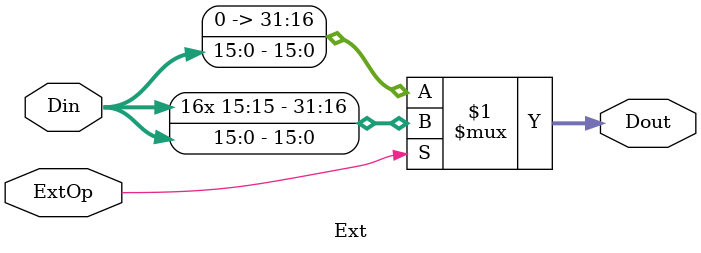
<source format=v>
module Ext #(parameter WIDTH = 16, ExtWIDTH = 32)
(ExtOp,Din,Dout);
input ExtOp;
input [WIDTH-1:0]Din;
output [ExtWIDTH-1:0]Dout;

assign Dout = ExtOp ? {{ExtWIDTH-WIDTH{Din[WIDTH-1]}},Din} :{{ExtWIDTH-WIDTH{1'b0}},Din};

endmodule

</source>
